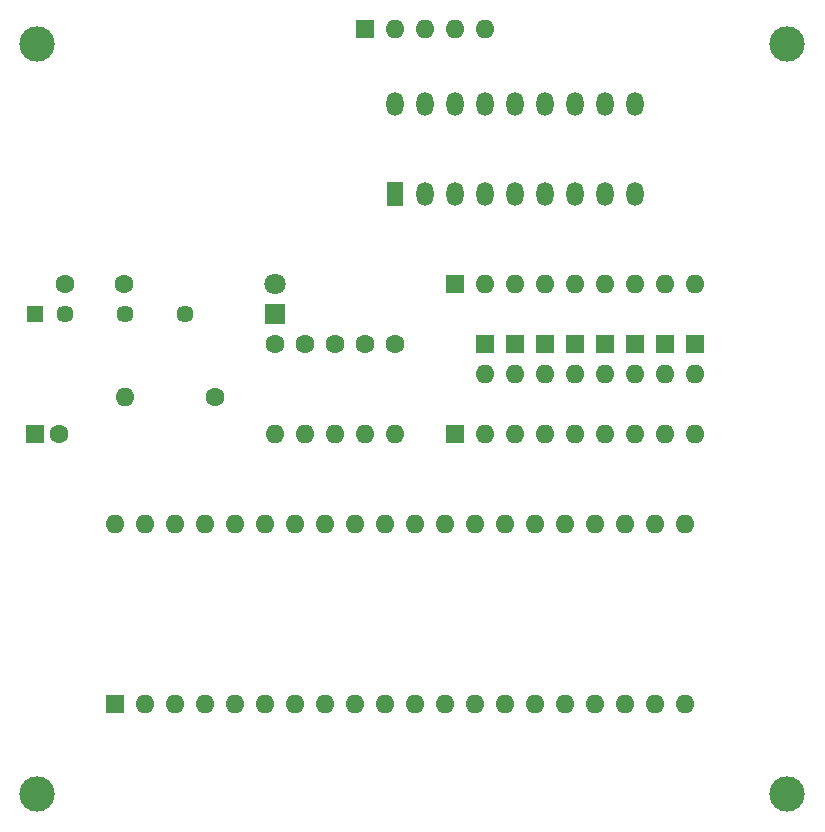
<source format=gbr>
%TF.GenerationSoftware,KiCad,Pcbnew,8.0.4*%
%TF.CreationDate,2024-08-20T14:56:35+09:00*%
%TF.ProjectId,TangNano8008MEM,54616e67-4e61-46e6-9f38-3030384d454d,rev?*%
%TF.SameCoordinates,Original*%
%TF.FileFunction,Soldermask,Top*%
%TF.FilePolarity,Negative*%
%FSLAX46Y46*%
G04 Gerber Fmt 4.6, Leading zero omitted, Abs format (unit mm)*
G04 Created by KiCad (PCBNEW 8.0.4) date 2024-08-20 14:56:35*
%MOMM*%
%LPD*%
G01*
G04 APERTURE LIST*
%ADD10R,1.600000X1.600000*%
%ADD11O,1.600000X1.600000*%
%ADD12C,1.600000*%
%ADD13C,3.000000*%
%ADD14R,1.800000X1.800000*%
%ADD15C,1.800000*%
%ADD16R,1.450000X1.450000*%
%ADD17C,1.450000*%
%ADD18R,1.440000X2.000000*%
%ADD19O,1.440000X2.000000*%
G04 APERTURE END LIST*
D10*
%TO.C,D7*%
X58420000Y-30480000D03*
D11*
X58420000Y-33020000D03*
%TD*%
D10*
%TO.C,D2*%
X45720000Y-30480000D03*
D11*
X45720000Y-33020000D03*
%TD*%
D10*
%TO.C,D4*%
X50800000Y-30480000D03*
D11*
X50800000Y-33020000D03*
%TD*%
D10*
%TO.C,D1*%
X43180000Y-30480000D03*
D11*
X43180000Y-33020000D03*
%TD*%
D10*
%TO.C,D3*%
X48260000Y-30480000D03*
D11*
X48260000Y-33020000D03*
%TD*%
D10*
%TO.C,D6*%
X55880000Y-30480000D03*
D11*
X55880000Y-33020000D03*
%TD*%
D10*
%TO.C,D5*%
X53340000Y-30480000D03*
D11*
X53340000Y-33020000D03*
%TD*%
D10*
%TO.C,D8*%
X60960000Y-30480000D03*
D11*
X60960000Y-33020000D03*
%TD*%
D12*
%TO.C,C2*%
X7620000Y-25400000D03*
X12620000Y-25400000D03*
%TD*%
D13*
%TO.C,REF\u002A\u002A*%
X68743000Y-5080000D03*
%TD*%
D12*
%TO.C,R6*%
X25400000Y-30480000D03*
D11*
X25400000Y-38100000D03*
%TD*%
D12*
%TO.C,R3*%
X33020000Y-30480000D03*
D11*
X33020000Y-38100000D03*
%TD*%
D12*
%TO.C,R5*%
X20320000Y-34925000D03*
D11*
X12700000Y-34925000D03*
%TD*%
D12*
%TO.C,R1*%
X27940000Y-30480000D03*
D11*
X27940000Y-38100000D03*
%TD*%
D14*
%TO.C,D9*%
X25400000Y-27940000D03*
D15*
X25400000Y-25400000D03*
%TD*%
D16*
%TO.C,PS1*%
X5080000Y-27940000D03*
D17*
X7620000Y-27940000D03*
X12700000Y-27940000D03*
X17780000Y-27940000D03*
%TD*%
D13*
%TO.C,REF\u002A\u002A*%
X68743000Y-68580000D03*
%TD*%
%TO.C,REF\u002A\u002A*%
X5243000Y-5080000D03*
%TD*%
D10*
%TO.C,RN1*%
X40640000Y-25400000D03*
D11*
X43180000Y-25400000D03*
X45720000Y-25400000D03*
X48260000Y-25400000D03*
X50800000Y-25400000D03*
X53340000Y-25400000D03*
X55880000Y-25400000D03*
X58420000Y-25400000D03*
X60960000Y-25400000D03*
%TD*%
D13*
%TO.C,REF\u002A\u002A*%
X5243000Y-68580000D03*
%TD*%
D10*
%TO.C,RN3*%
X40640000Y-38100000D03*
D11*
X43180000Y-38100000D03*
X45720000Y-38100000D03*
X48260000Y-38100000D03*
X50800000Y-38100000D03*
X53340000Y-38100000D03*
X55880000Y-38100000D03*
X58420000Y-38100000D03*
X60960000Y-38100000D03*
%TD*%
D18*
%TO.C,U1*%
X35560000Y-17780000D03*
D19*
X38100000Y-17780000D03*
X40640000Y-17780000D03*
X43180000Y-17780000D03*
X45720000Y-17780000D03*
X48260000Y-17780000D03*
X50800000Y-17780000D03*
X53340000Y-17780000D03*
X55880000Y-17780000D03*
X55880000Y-10160000D03*
X53340000Y-10160000D03*
X50800000Y-10160000D03*
X48260000Y-10160000D03*
X45720000Y-10160000D03*
X43180000Y-10160000D03*
X40640000Y-10160000D03*
X38100000Y-10160000D03*
X35560000Y-10160000D03*
%TD*%
D10*
%TO.C,J1*%
X11785000Y-60960000D03*
D11*
X14325000Y-60960000D03*
X16865000Y-60960000D03*
X19405000Y-60960000D03*
X21945000Y-60960000D03*
X24485000Y-60960000D03*
X27025000Y-60960000D03*
X29565000Y-60960000D03*
X32105000Y-60960000D03*
X34645000Y-60960000D03*
X37185000Y-60960000D03*
X39725000Y-60960000D03*
X42265000Y-60960000D03*
X44805000Y-60960000D03*
X47345000Y-60960000D03*
X49885000Y-60960000D03*
X52425000Y-60960000D03*
X54965000Y-60960000D03*
X57505000Y-60960000D03*
X60045000Y-60960000D03*
X60045000Y-45720000D03*
X57505000Y-45720000D03*
X54965000Y-45720000D03*
X52425000Y-45720000D03*
X49885000Y-45720000D03*
X47345000Y-45720000D03*
X44805000Y-45720000D03*
X42265000Y-45720000D03*
X39725000Y-45720000D03*
X37185000Y-45720000D03*
X34645000Y-45720000D03*
X32105000Y-45720000D03*
X29565000Y-45720000D03*
X27025000Y-45720000D03*
X24485000Y-45720000D03*
X21945000Y-45720000D03*
X19405000Y-45720000D03*
X16865000Y-45720000D03*
X14325000Y-45720000D03*
X11785000Y-45720000D03*
%TD*%
D12*
%TO.C,R4*%
X35560000Y-30480000D03*
D11*
X35560000Y-38100000D03*
%TD*%
D12*
%TO.C,R2*%
X30480000Y-30480000D03*
D11*
X30480000Y-38100000D03*
%TD*%
D10*
%TO.C,RN2*%
X33020000Y-3810000D03*
D11*
X35560000Y-3810000D03*
X38100000Y-3810000D03*
X40640000Y-3810000D03*
X43180000Y-3810000D03*
%TD*%
D10*
%TO.C,C1*%
X5080000Y-38100000D03*
D12*
X7080000Y-38100000D03*
%TD*%
M02*

</source>
